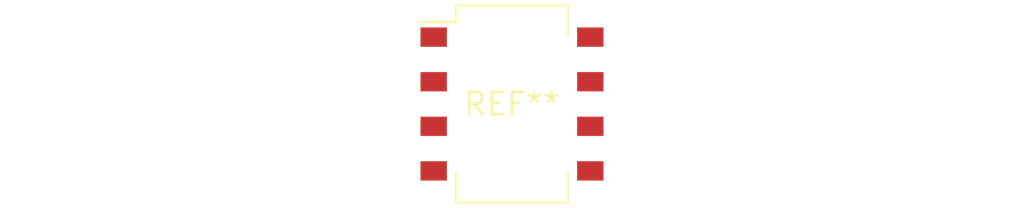
<source format=kicad_pcb>
(kicad_pcb (version 20240108) (generator pcbnew)
  (layers (0 "F.Cu" signal) (31 "B.Cu" signal) (34 "B.Paste" user) (35 "F.Paste" user) (36 "B.SilkS" user "B.Silkscreen") (37 "F.SilkS" user "F.Silkscreen") (38 "B.Mask" user) (39 "F.Mask" user) (44 "Edge.Cuts" user))
  (net 0 "")
  (footprint "SW_DIP_SPSTx04_Slide_Omron_A6S-410x_W8.9mm_P2.54mm" (layer "F.Cu") (at 0 0)
    (property "Reference" "REF**")
    (property "Value" "SW_DIP_SPSTx04_Slide_Omron_A6S-410x_W8.9mm_P2.54mm")
    (fp_line (start -5.2 -4.661) (end -3.16 -4.661) (layer "F.SilkS") (stroke (width 0.12)))
    (fp_line (start -3.16 -5.61) (end -3.16 -4.661) (layer "F.SilkS") (stroke (width 0.12)))
    (fp_line (start -3.16 -5.61) (end 3.16 -5.61) (layer "F.SilkS") (stroke (width 0.12)))
    (fp_line (start -3.16 3.87) (end -3.16 5.61) (layer "F.SilkS") (stroke (width 0.12)))
    (fp_line (start -3.16 5.61) (end 3.16 5.61) (layer "F.SilkS") (stroke (width 0.12)))
    (fp_line (start 3.16 -5.61) (end 3.16 -3.871) (layer "F.SilkS") (stroke (width 0.12)))
    (fp_line (start 3.16 3.87) (end 3.16 5.61) (layer "F.SilkS") (stroke (width 0.12)))
    (pad "1" smd rect (at -4.45 -3.81) (size 1.5 1.1) (layers "F.Cu" "F.Paste" "F.Mask"))
    (pad "2" smd rect (at -4.45 -1.27) (size 1.5 1.1) (layers "F.Cu" "F.Paste" "F.Mask"))
    (pad "3" smd rect (at -4.45 1.27) (size 1.5 1.1) (layers "F.Cu" "F.Paste" "F.Mask"))
    (pad "4" smd rect (at -4.45 3.81) (size 1.5 1.1) (layers "F.Cu" "F.Paste" "F.Mask"))
    (pad "5" smd rect (at 4.45 3.81) (size 1.5 1.1) (layers "F.Cu" "F.Paste" "F.Mask"))
    (pad "6" smd rect (at 4.45 1.27) (size 1.5 1.1) (layers "F.Cu" "F.Paste" "F.Mask"))
    (pad "7" smd rect (at 4.45 -1.27) (size 1.5 1.1) (layers "F.Cu" "F.Paste" "F.Mask"))
    (pad "8" smd rect (at 4.45 -3.81) (size 1.5 1.1) (layers "F.Cu" "F.Paste" "F.Mask"))
  )
)
</source>
